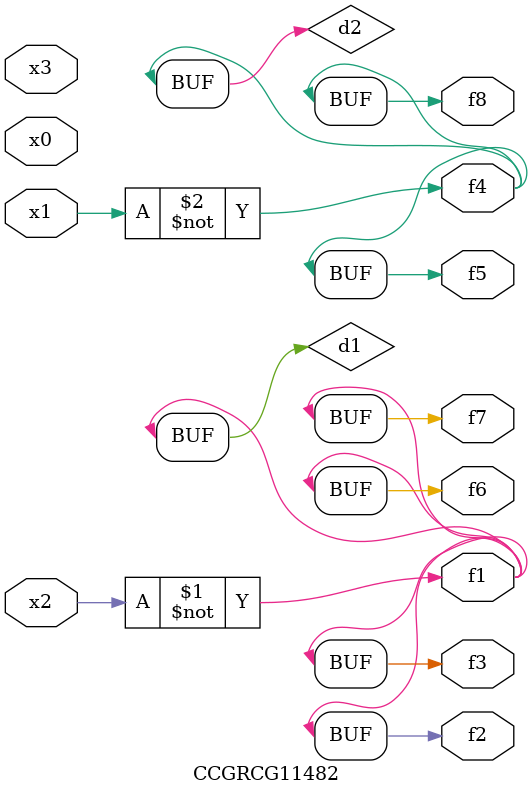
<source format=v>
module CCGRCG11482(
	input x0, x1, x2, x3,
	output f1, f2, f3, f4, f5, f6, f7, f8
);

	wire d1, d2;

	xnor (d1, x2);
	not (d2, x1);
	assign f1 = d1;
	assign f2 = d1;
	assign f3 = d1;
	assign f4 = d2;
	assign f5 = d2;
	assign f6 = d1;
	assign f7 = d1;
	assign f8 = d2;
endmodule

</source>
